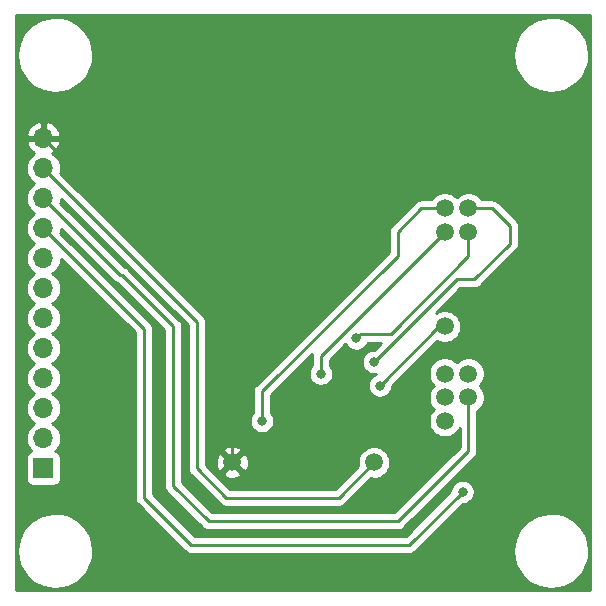
<source format=gbr>
G04 #@! TF.GenerationSoftware,KiCad,Pcbnew,(6.0.0-rc1-dev-1546-g786ee0e)*
G04 #@! TF.CreationDate,2021-05-18T14:50:20-07:00
G04 #@! TF.ProjectId,Dock,446f636b-2e6b-4696-9361-645f70636258,rev?*
G04 #@! TF.SameCoordinates,Original*
G04 #@! TF.FileFunction,Copper,L1,Top*
G04 #@! TF.FilePolarity,Positive*
%FSLAX46Y46*%
G04 Gerber Fmt 4.6, Leading zero omitted, Abs format (unit mm)*
G04 Created by KiCad (PCBNEW (6.0.0-rc1-dev-1546-g786ee0e)) date Tue 18 May 2021 02:50:20 PM PDT*
%MOMM*%
%LPD*%
G04 APERTURE LIST*
%ADD10C,1.500000*%
%ADD11O,1.700000X1.700000*%
%ADD12R,1.700000X1.700000*%
%ADD13C,0.800000*%
%ADD14C,0.250000*%
%ADD15C,0.254000*%
G04 APERTURE END LIST*
D10*
X96500000Y-47500000D03*
X96500000Y-37500000D03*
X98500000Y-37500000D03*
X96500000Y-39500000D03*
X98500000Y-39500000D03*
X96500000Y-53500000D03*
X96500000Y-51500000D03*
X98500000Y-51500000D03*
X96500000Y-55500000D03*
X98500000Y-53500000D03*
X90500000Y-59000000D03*
X78500000Y-59000000D03*
D11*
X62500000Y-31560000D03*
X62500000Y-34100000D03*
X62500000Y-36640000D03*
X62500000Y-39180000D03*
X62500000Y-41720000D03*
X62500000Y-44260000D03*
X62500000Y-46800000D03*
X62500000Y-49340000D03*
X62500000Y-51880000D03*
X62500000Y-54420000D03*
X62500000Y-56960000D03*
D12*
X62500000Y-59500000D03*
D13*
X98000000Y-61500000D03*
X89000000Y-48500000D03*
X86000000Y-51500000D03*
X90500000Y-50500000D03*
X81000000Y-55500000D03*
X91000000Y-52500000D03*
D14*
X69000000Y-43140000D02*
X69140000Y-43140000D01*
X62500000Y-36640000D02*
X69000000Y-43140000D01*
X69140000Y-43140000D02*
X73500000Y-47500000D01*
X73500000Y-47500000D02*
X73500000Y-61000000D01*
X73500000Y-61000000D02*
X76500000Y-64000000D01*
X76500000Y-64000000D02*
X92500000Y-64000000D01*
X98500000Y-58000000D02*
X98500000Y-53500000D01*
X92500000Y-64000000D02*
X98500000Y-58000000D01*
X62500000Y-39180000D02*
X71000000Y-47680000D01*
X71000000Y-47680000D02*
X71000000Y-59136410D01*
X71000000Y-59136410D02*
X71000000Y-62000000D01*
X71000000Y-62000000D02*
X75000000Y-66000000D01*
X93500000Y-66000000D02*
X98000000Y-61500000D01*
X75000000Y-66000000D02*
X93500000Y-66000000D01*
X89399999Y-48100001D02*
X91899999Y-48100001D01*
X89000000Y-48500000D02*
X89399999Y-48100001D01*
X98500000Y-41500000D02*
X98500000Y-39500000D01*
X91899999Y-48100001D02*
X98500000Y-41500000D01*
X86000000Y-50000000D02*
X96500000Y-39500000D01*
X86000000Y-51500000D02*
X86000000Y-50000000D01*
X90500000Y-50500000D02*
X97500000Y-43500000D01*
X97500000Y-43500000D02*
X99000000Y-43500000D01*
X99000000Y-43500000D02*
X102000000Y-40500000D01*
X102000000Y-40500000D02*
X102000000Y-39000000D01*
X102000000Y-39000000D02*
X100500000Y-37500000D01*
X100500000Y-37500000D02*
X98500000Y-37500000D01*
X81000000Y-53000000D02*
X92500000Y-41500000D01*
X81000000Y-55500000D02*
X81000000Y-53000000D01*
X92500000Y-41500000D02*
X92500000Y-39500000D01*
X92500000Y-39500000D02*
X94500000Y-37500000D01*
X94500000Y-37500000D02*
X96500000Y-37500000D01*
X96000000Y-47500000D02*
X96500000Y-47500000D01*
X91000000Y-52500000D02*
X96000000Y-47500000D01*
X78500000Y-47560000D02*
X78500000Y-59000000D01*
X62500000Y-31560000D02*
X78500000Y-47560000D01*
X62500000Y-34100000D02*
X75500000Y-47100000D01*
X75500000Y-47100000D02*
X75500000Y-59500000D01*
X75500000Y-59500000D02*
X78000000Y-62000000D01*
X87500000Y-62000000D02*
X90500000Y-59000000D01*
X78000000Y-62000000D02*
X87500000Y-62000000D01*
D15*
G36*
X108815000Y-69815000D02*
G01*
X60185000Y-69815000D01*
X60185000Y-66545098D01*
X60270315Y-66545098D01*
X60340583Y-67171555D01*
X60531193Y-67772432D01*
X60834883Y-68324843D01*
X61240087Y-68807747D01*
X61731371Y-69202749D01*
X62290021Y-69494804D01*
X62894758Y-69672788D01*
X63522549Y-69729921D01*
X64149482Y-69664028D01*
X64751675Y-69477618D01*
X65306193Y-69177791D01*
X65791913Y-68775968D01*
X66190336Y-68287455D01*
X66486284Y-67730857D01*
X66668485Y-67127377D01*
X66730000Y-66500000D01*
X66728741Y-66409813D01*
X66649732Y-65784398D01*
X66450752Y-65186241D01*
X66139378Y-64638124D01*
X65727471Y-64160925D01*
X65230721Y-63772821D01*
X64668047Y-63488594D01*
X64060884Y-63319071D01*
X63432356Y-63270708D01*
X62806405Y-63345349D01*
X62206873Y-63540148D01*
X61656595Y-63847688D01*
X61176532Y-64256253D01*
X60784970Y-64750282D01*
X60496822Y-65310958D01*
X60323064Y-65916923D01*
X60270315Y-66545098D01*
X60185000Y-66545098D01*
X60185000Y-34100000D01*
X61007815Y-34100000D01*
X61036487Y-34391111D01*
X61121401Y-34671034D01*
X61259294Y-34929014D01*
X61444866Y-35155134D01*
X61670986Y-35340706D01*
X61725791Y-35370000D01*
X61670986Y-35399294D01*
X61444866Y-35584866D01*
X61259294Y-35810986D01*
X61121401Y-36068966D01*
X61036487Y-36348889D01*
X61007815Y-36640000D01*
X61036487Y-36931111D01*
X61121401Y-37211034D01*
X61259294Y-37469014D01*
X61444866Y-37695134D01*
X61670986Y-37880706D01*
X61725791Y-37910000D01*
X61670986Y-37939294D01*
X61444866Y-38124866D01*
X61259294Y-38350986D01*
X61121401Y-38608966D01*
X61036487Y-38888889D01*
X61007815Y-39180000D01*
X61036487Y-39471111D01*
X61121401Y-39751034D01*
X61259294Y-40009014D01*
X61444866Y-40235134D01*
X61670986Y-40420706D01*
X61725791Y-40450000D01*
X61670986Y-40479294D01*
X61444866Y-40664866D01*
X61259294Y-40890986D01*
X61121401Y-41148966D01*
X61036487Y-41428889D01*
X61007815Y-41720000D01*
X61036487Y-42011111D01*
X61121401Y-42291034D01*
X61259294Y-42549014D01*
X61444866Y-42775134D01*
X61670986Y-42960706D01*
X61725791Y-42990000D01*
X61670986Y-43019294D01*
X61444866Y-43204866D01*
X61259294Y-43430986D01*
X61121401Y-43688966D01*
X61036487Y-43968889D01*
X61007815Y-44260000D01*
X61036487Y-44551111D01*
X61121401Y-44831034D01*
X61259294Y-45089014D01*
X61444866Y-45315134D01*
X61670986Y-45500706D01*
X61725791Y-45530000D01*
X61670986Y-45559294D01*
X61444866Y-45744866D01*
X61259294Y-45970986D01*
X61121401Y-46228966D01*
X61036487Y-46508889D01*
X61007815Y-46800000D01*
X61036487Y-47091111D01*
X61121401Y-47371034D01*
X61259294Y-47629014D01*
X61444866Y-47855134D01*
X61670986Y-48040706D01*
X61725791Y-48070000D01*
X61670986Y-48099294D01*
X61444866Y-48284866D01*
X61259294Y-48510986D01*
X61121401Y-48768966D01*
X61036487Y-49048889D01*
X61007815Y-49340000D01*
X61036487Y-49631111D01*
X61121401Y-49911034D01*
X61259294Y-50169014D01*
X61444866Y-50395134D01*
X61670986Y-50580706D01*
X61725791Y-50610000D01*
X61670986Y-50639294D01*
X61444866Y-50824866D01*
X61259294Y-51050986D01*
X61121401Y-51308966D01*
X61036487Y-51588889D01*
X61007815Y-51880000D01*
X61036487Y-52171111D01*
X61121401Y-52451034D01*
X61259294Y-52709014D01*
X61444866Y-52935134D01*
X61670986Y-53120706D01*
X61725791Y-53150000D01*
X61670986Y-53179294D01*
X61444866Y-53364866D01*
X61259294Y-53590986D01*
X61121401Y-53848966D01*
X61036487Y-54128889D01*
X61007815Y-54420000D01*
X61036487Y-54711111D01*
X61121401Y-54991034D01*
X61259294Y-55249014D01*
X61444866Y-55475134D01*
X61670986Y-55660706D01*
X61725791Y-55690000D01*
X61670986Y-55719294D01*
X61444866Y-55904866D01*
X61259294Y-56130986D01*
X61121401Y-56388966D01*
X61036487Y-56668889D01*
X61007815Y-56960000D01*
X61036487Y-57251111D01*
X61121401Y-57531034D01*
X61259294Y-57789014D01*
X61444866Y-58015134D01*
X61474687Y-58039607D01*
X61405820Y-58060498D01*
X61295506Y-58119463D01*
X61198815Y-58198815D01*
X61119463Y-58295506D01*
X61060498Y-58405820D01*
X61024188Y-58525518D01*
X61011928Y-58650000D01*
X61011928Y-60350000D01*
X61024188Y-60474482D01*
X61060498Y-60594180D01*
X61119463Y-60704494D01*
X61198815Y-60801185D01*
X61295506Y-60880537D01*
X61405820Y-60939502D01*
X61525518Y-60975812D01*
X61650000Y-60988072D01*
X63350000Y-60988072D01*
X63474482Y-60975812D01*
X63594180Y-60939502D01*
X63704494Y-60880537D01*
X63801185Y-60801185D01*
X63880537Y-60704494D01*
X63939502Y-60594180D01*
X63975812Y-60474482D01*
X63988072Y-60350000D01*
X63988072Y-58650000D01*
X63975812Y-58525518D01*
X63939502Y-58405820D01*
X63880537Y-58295506D01*
X63801185Y-58198815D01*
X63704494Y-58119463D01*
X63594180Y-58060498D01*
X63525313Y-58039607D01*
X63555134Y-58015134D01*
X63740706Y-57789014D01*
X63878599Y-57531034D01*
X63963513Y-57251111D01*
X63992185Y-56960000D01*
X63963513Y-56668889D01*
X63878599Y-56388966D01*
X63740706Y-56130986D01*
X63555134Y-55904866D01*
X63329014Y-55719294D01*
X63274209Y-55690000D01*
X63329014Y-55660706D01*
X63555134Y-55475134D01*
X63740706Y-55249014D01*
X63878599Y-54991034D01*
X63963513Y-54711111D01*
X63992185Y-54420000D01*
X63963513Y-54128889D01*
X63878599Y-53848966D01*
X63740706Y-53590986D01*
X63555134Y-53364866D01*
X63329014Y-53179294D01*
X63274209Y-53150000D01*
X63329014Y-53120706D01*
X63555134Y-52935134D01*
X63740706Y-52709014D01*
X63878599Y-52451034D01*
X63963513Y-52171111D01*
X63992185Y-51880000D01*
X63963513Y-51588889D01*
X63878599Y-51308966D01*
X63740706Y-51050986D01*
X63555134Y-50824866D01*
X63329014Y-50639294D01*
X63274209Y-50610000D01*
X63329014Y-50580706D01*
X63555134Y-50395134D01*
X63740706Y-50169014D01*
X63878599Y-49911034D01*
X63963513Y-49631111D01*
X63992185Y-49340000D01*
X63963513Y-49048889D01*
X63878599Y-48768966D01*
X63740706Y-48510986D01*
X63555134Y-48284866D01*
X63329014Y-48099294D01*
X63274209Y-48070000D01*
X63329014Y-48040706D01*
X63555134Y-47855134D01*
X63740706Y-47629014D01*
X63878599Y-47371034D01*
X63963513Y-47091111D01*
X63992185Y-46800000D01*
X63963513Y-46508889D01*
X63878599Y-46228966D01*
X63740706Y-45970986D01*
X63555134Y-45744866D01*
X63329014Y-45559294D01*
X63274209Y-45530000D01*
X63329014Y-45500706D01*
X63555134Y-45315134D01*
X63740706Y-45089014D01*
X63878599Y-44831034D01*
X63963513Y-44551111D01*
X63992185Y-44260000D01*
X63963513Y-43968889D01*
X63878599Y-43688966D01*
X63740706Y-43430986D01*
X63555134Y-43204866D01*
X63329014Y-43019294D01*
X63274209Y-42990000D01*
X63329014Y-42960706D01*
X63555134Y-42775134D01*
X63740706Y-42549014D01*
X63878599Y-42291034D01*
X63963513Y-42011111D01*
X63989765Y-41744567D01*
X70240000Y-47994802D01*
X70240001Y-59099068D01*
X70240000Y-59099078D01*
X70240001Y-61962668D01*
X70236324Y-62000000D01*
X70240001Y-62037333D01*
X70250998Y-62148986D01*
X70264180Y-62192442D01*
X70294454Y-62292246D01*
X70365026Y-62424276D01*
X70423254Y-62495226D01*
X70460000Y-62540001D01*
X70488998Y-62563799D01*
X74436201Y-66511003D01*
X74459999Y-66540001D01*
X74575724Y-66634974D01*
X74707753Y-66705546D01*
X74851014Y-66749003D01*
X74962667Y-66760000D01*
X74962676Y-66760000D01*
X74999999Y-66763676D01*
X75037322Y-66760000D01*
X93462678Y-66760000D01*
X93500000Y-66763676D01*
X93537322Y-66760000D01*
X93537333Y-66760000D01*
X93648986Y-66749003D01*
X93792247Y-66705546D01*
X93924276Y-66634974D01*
X94033790Y-66545098D01*
X102270315Y-66545098D01*
X102340583Y-67171555D01*
X102531193Y-67772432D01*
X102834883Y-68324843D01*
X103240087Y-68807747D01*
X103731371Y-69202749D01*
X104290021Y-69494804D01*
X104894758Y-69672788D01*
X105522549Y-69729921D01*
X106149482Y-69664028D01*
X106751675Y-69477618D01*
X107306193Y-69177791D01*
X107791913Y-68775968D01*
X108190336Y-68287455D01*
X108486284Y-67730857D01*
X108668485Y-67127377D01*
X108730000Y-66500000D01*
X108728741Y-66409813D01*
X108649732Y-65784398D01*
X108450752Y-65186241D01*
X108139378Y-64638124D01*
X107727471Y-64160925D01*
X107230721Y-63772821D01*
X106668047Y-63488594D01*
X106060884Y-63319071D01*
X105432356Y-63270708D01*
X104806405Y-63345349D01*
X104206873Y-63540148D01*
X103656595Y-63847688D01*
X103176532Y-64256253D01*
X102784970Y-64750282D01*
X102496822Y-65310958D01*
X102323064Y-65916923D01*
X102270315Y-66545098D01*
X94033790Y-66545098D01*
X94040001Y-66540001D01*
X94063804Y-66510997D01*
X98039802Y-62535000D01*
X98101939Y-62535000D01*
X98301898Y-62495226D01*
X98490256Y-62417205D01*
X98659774Y-62303937D01*
X98803937Y-62159774D01*
X98917205Y-61990256D01*
X98995226Y-61801898D01*
X99035000Y-61601939D01*
X99035000Y-61398061D01*
X98995226Y-61198102D01*
X98917205Y-61009744D01*
X98803937Y-60840226D01*
X98659774Y-60696063D01*
X98490256Y-60582795D01*
X98301898Y-60504774D01*
X98101939Y-60465000D01*
X97898061Y-60465000D01*
X97698102Y-60504774D01*
X97509744Y-60582795D01*
X97340226Y-60696063D01*
X97196063Y-60840226D01*
X97082795Y-61009744D01*
X97004774Y-61198102D01*
X96965000Y-61398061D01*
X96965000Y-61460198D01*
X93185199Y-65240000D01*
X75314802Y-65240000D01*
X71760000Y-61685199D01*
X71760000Y-47717322D01*
X71763676Y-47679999D01*
X71760000Y-47642676D01*
X71760000Y-47642667D01*
X71749003Y-47531014D01*
X71705546Y-47387753D01*
X71634974Y-47255724D01*
X71540001Y-47139999D01*
X71511004Y-47116202D01*
X63940797Y-39545996D01*
X63963513Y-39471111D01*
X63989765Y-39204567D01*
X68436200Y-43651002D01*
X68459999Y-43680001D01*
X68488997Y-43703799D01*
X68575723Y-43774974D01*
X68707753Y-43845546D01*
X68798173Y-43872974D01*
X72740000Y-47814802D01*
X72740001Y-60962668D01*
X72736324Y-61000000D01*
X72750998Y-61148985D01*
X72794454Y-61292246D01*
X72865026Y-61424276D01*
X72918142Y-61488997D01*
X72960000Y-61540001D01*
X72988998Y-61563799D01*
X75936201Y-64511003D01*
X75959999Y-64540001D01*
X76075724Y-64634974D01*
X76207753Y-64705546D01*
X76351014Y-64749003D01*
X76462667Y-64760000D01*
X76462675Y-64760000D01*
X76500000Y-64763676D01*
X76537325Y-64760000D01*
X92462678Y-64760000D01*
X92500000Y-64763676D01*
X92537322Y-64760000D01*
X92537333Y-64760000D01*
X92648986Y-64749003D01*
X92792247Y-64705546D01*
X92924276Y-64634974D01*
X93040001Y-64540001D01*
X93063804Y-64510997D01*
X99011009Y-58563794D01*
X99040001Y-58540001D01*
X99063795Y-58511008D01*
X99063799Y-58511004D01*
X99134973Y-58424277D01*
X99134974Y-58424276D01*
X99205546Y-58292247D01*
X99249003Y-58148986D01*
X99260000Y-58037333D01*
X99260000Y-58037324D01*
X99263676Y-58000001D01*
X99260000Y-57962678D01*
X99260000Y-54657909D01*
X99382886Y-54575799D01*
X99575799Y-54382886D01*
X99727371Y-54156043D01*
X99831775Y-53903989D01*
X99885000Y-53636411D01*
X99885000Y-53363589D01*
X99831775Y-53096011D01*
X99727371Y-52843957D01*
X99575799Y-52617114D01*
X99458685Y-52500000D01*
X99575799Y-52382886D01*
X99727371Y-52156043D01*
X99831775Y-51903989D01*
X99885000Y-51636411D01*
X99885000Y-51363589D01*
X99831775Y-51096011D01*
X99727371Y-50843957D01*
X99575799Y-50617114D01*
X99382886Y-50424201D01*
X99156043Y-50272629D01*
X98903989Y-50168225D01*
X98636411Y-50115000D01*
X98363589Y-50115000D01*
X98096011Y-50168225D01*
X97843957Y-50272629D01*
X97617114Y-50424201D01*
X97500000Y-50541315D01*
X97382886Y-50424201D01*
X97156043Y-50272629D01*
X96903989Y-50168225D01*
X96636411Y-50115000D01*
X96363589Y-50115000D01*
X96096011Y-50168225D01*
X95843957Y-50272629D01*
X95617114Y-50424201D01*
X95424201Y-50617114D01*
X95272629Y-50843957D01*
X95168225Y-51096011D01*
X95115000Y-51363589D01*
X95115000Y-51636411D01*
X95168225Y-51903989D01*
X95272629Y-52156043D01*
X95424201Y-52382886D01*
X95541315Y-52500000D01*
X95424201Y-52617114D01*
X95272629Y-52843957D01*
X95168225Y-53096011D01*
X95115000Y-53363589D01*
X95115000Y-53636411D01*
X95168225Y-53903989D01*
X95272629Y-54156043D01*
X95424201Y-54382886D01*
X95541315Y-54500000D01*
X95424201Y-54617114D01*
X95272629Y-54843957D01*
X95168225Y-55096011D01*
X95115000Y-55363589D01*
X95115000Y-55636411D01*
X95168225Y-55903989D01*
X95272629Y-56156043D01*
X95424201Y-56382886D01*
X95617114Y-56575799D01*
X95843957Y-56727371D01*
X96096011Y-56831775D01*
X96363589Y-56885000D01*
X96636411Y-56885000D01*
X96903989Y-56831775D01*
X97156043Y-56727371D01*
X97382886Y-56575799D01*
X97575799Y-56382886D01*
X97727371Y-56156043D01*
X97740000Y-56125553D01*
X97740000Y-57685197D01*
X92185199Y-63240000D01*
X76814802Y-63240000D01*
X74260000Y-60685199D01*
X74260000Y-47537322D01*
X74263676Y-47499999D01*
X74260000Y-47462676D01*
X74260000Y-47462667D01*
X74249003Y-47351014D01*
X74205546Y-47207753D01*
X74169330Y-47139999D01*
X74134974Y-47075723D01*
X74063799Y-46988997D01*
X74040001Y-46959999D01*
X74011003Y-46936201D01*
X69703804Y-42629003D01*
X69680001Y-42599999D01*
X69564276Y-42505026D01*
X69432247Y-42434454D01*
X69341828Y-42407026D01*
X63940797Y-37005996D01*
X63963513Y-36931111D01*
X63989765Y-36664567D01*
X74740000Y-47414802D01*
X74740001Y-59462668D01*
X74736324Y-59500000D01*
X74750998Y-59648985D01*
X74794454Y-59792246D01*
X74865026Y-59924276D01*
X74936201Y-60011002D01*
X74960000Y-60040001D01*
X74988998Y-60063799D01*
X77436200Y-62511002D01*
X77459999Y-62540001D01*
X77488997Y-62563799D01*
X77575723Y-62634974D01*
X77707753Y-62705546D01*
X77851014Y-62749003D01*
X77962667Y-62760000D01*
X77962677Y-62760000D01*
X78000000Y-62763676D01*
X78037323Y-62760000D01*
X87462678Y-62760000D01*
X87500000Y-62763676D01*
X87537322Y-62760000D01*
X87537333Y-62760000D01*
X87648986Y-62749003D01*
X87792247Y-62705546D01*
X87924276Y-62634974D01*
X88040001Y-62540001D01*
X88063804Y-62510997D01*
X90218635Y-60356167D01*
X90363589Y-60385000D01*
X90636411Y-60385000D01*
X90903989Y-60331775D01*
X91156043Y-60227371D01*
X91382886Y-60075799D01*
X91575799Y-59882886D01*
X91727371Y-59656043D01*
X91831775Y-59403989D01*
X91885000Y-59136411D01*
X91885000Y-58863589D01*
X91831775Y-58596011D01*
X91727371Y-58343957D01*
X91575799Y-58117114D01*
X91382886Y-57924201D01*
X91156043Y-57772629D01*
X90903989Y-57668225D01*
X90636411Y-57615000D01*
X90363589Y-57615000D01*
X90096011Y-57668225D01*
X89843957Y-57772629D01*
X89617114Y-57924201D01*
X89424201Y-58117114D01*
X89272629Y-58343957D01*
X89168225Y-58596011D01*
X89115000Y-58863589D01*
X89115000Y-59136411D01*
X89143833Y-59281365D01*
X87185199Y-61240000D01*
X78314802Y-61240000D01*
X77031795Y-59956993D01*
X77722612Y-59956993D01*
X77788137Y-60195860D01*
X78035116Y-60311760D01*
X78299960Y-60377250D01*
X78572492Y-60389812D01*
X78842238Y-60348965D01*
X79098832Y-60256277D01*
X79211863Y-60195860D01*
X79277388Y-59956993D01*
X78500000Y-59179605D01*
X77722612Y-59956993D01*
X77031795Y-59956993D01*
X76260000Y-59185199D01*
X76260000Y-59072492D01*
X77110188Y-59072492D01*
X77151035Y-59342238D01*
X77243723Y-59598832D01*
X77304140Y-59711863D01*
X77543007Y-59777388D01*
X78320395Y-59000000D01*
X78679605Y-59000000D01*
X79456993Y-59777388D01*
X79695860Y-59711863D01*
X79811760Y-59464884D01*
X79877250Y-59200040D01*
X79889812Y-58927508D01*
X79848965Y-58657762D01*
X79756277Y-58401168D01*
X79695860Y-58288137D01*
X79456993Y-58222612D01*
X78679605Y-59000000D01*
X78320395Y-59000000D01*
X77543007Y-58222612D01*
X77304140Y-58288137D01*
X77188240Y-58535116D01*
X77122750Y-58799960D01*
X77110188Y-59072492D01*
X76260000Y-59072492D01*
X76260000Y-58043007D01*
X77722612Y-58043007D01*
X78500000Y-58820395D01*
X79277388Y-58043007D01*
X79211863Y-57804140D01*
X78964884Y-57688240D01*
X78700040Y-57622750D01*
X78427508Y-57610188D01*
X78157762Y-57651035D01*
X77901168Y-57743723D01*
X77788137Y-57804140D01*
X77722612Y-58043007D01*
X76260000Y-58043007D01*
X76260000Y-55398061D01*
X79965000Y-55398061D01*
X79965000Y-55601939D01*
X80004774Y-55801898D01*
X80082795Y-55990256D01*
X80196063Y-56159774D01*
X80340226Y-56303937D01*
X80509744Y-56417205D01*
X80698102Y-56495226D01*
X80898061Y-56535000D01*
X81101939Y-56535000D01*
X81301898Y-56495226D01*
X81490256Y-56417205D01*
X81659774Y-56303937D01*
X81803937Y-56159774D01*
X81917205Y-55990256D01*
X81995226Y-55801898D01*
X82035000Y-55601939D01*
X82035000Y-55398061D01*
X81995226Y-55198102D01*
X81917205Y-55009744D01*
X81803937Y-54840226D01*
X81760000Y-54796289D01*
X81760000Y-53314801D01*
X85262846Y-49811955D01*
X85250998Y-49851014D01*
X85240001Y-49962667D01*
X85236324Y-50000000D01*
X85240001Y-50037332D01*
X85240000Y-50796289D01*
X85196063Y-50840226D01*
X85082795Y-51009744D01*
X85004774Y-51198102D01*
X84965000Y-51398061D01*
X84965000Y-51601939D01*
X85004774Y-51801898D01*
X85082795Y-51990256D01*
X85196063Y-52159774D01*
X85340226Y-52303937D01*
X85509744Y-52417205D01*
X85698102Y-52495226D01*
X85898061Y-52535000D01*
X86101939Y-52535000D01*
X86301898Y-52495226D01*
X86490256Y-52417205D01*
X86659774Y-52303937D01*
X86803937Y-52159774D01*
X86917205Y-51990256D01*
X86995226Y-51801898D01*
X87035000Y-51601939D01*
X87035000Y-51398061D01*
X86995226Y-51198102D01*
X86917205Y-51009744D01*
X86803937Y-50840226D01*
X86760000Y-50796289D01*
X86760000Y-50314801D01*
X88083496Y-48991305D01*
X88196063Y-49159774D01*
X88340226Y-49303937D01*
X88509744Y-49417205D01*
X88698102Y-49495226D01*
X88898061Y-49535000D01*
X89101939Y-49535000D01*
X89301898Y-49495226D01*
X89490256Y-49417205D01*
X89659774Y-49303937D01*
X89803937Y-49159774D01*
X89917205Y-48990256D01*
X89971159Y-48860001D01*
X91065198Y-48860001D01*
X90460199Y-49465000D01*
X90398061Y-49465000D01*
X90198102Y-49504774D01*
X90009744Y-49582795D01*
X89840226Y-49696063D01*
X89696063Y-49840226D01*
X89582795Y-50009744D01*
X89504774Y-50198102D01*
X89465000Y-50398061D01*
X89465000Y-50601939D01*
X89504774Y-50801898D01*
X89582795Y-50990256D01*
X89696063Y-51159774D01*
X89840226Y-51303937D01*
X90009744Y-51417205D01*
X90198102Y-51495226D01*
X90398061Y-51535000D01*
X90601939Y-51535000D01*
X90646556Y-51526125D01*
X90509744Y-51582795D01*
X90340226Y-51696063D01*
X90196063Y-51840226D01*
X90082795Y-52009744D01*
X90004774Y-52198102D01*
X89965000Y-52398061D01*
X89965000Y-52601939D01*
X90004774Y-52801898D01*
X90082795Y-52990256D01*
X90196063Y-53159774D01*
X90340226Y-53303937D01*
X90509744Y-53417205D01*
X90698102Y-53495226D01*
X90898061Y-53535000D01*
X91101939Y-53535000D01*
X91301898Y-53495226D01*
X91490256Y-53417205D01*
X91659774Y-53303937D01*
X91803937Y-53159774D01*
X91917205Y-52990256D01*
X91995226Y-52801898D01*
X92035000Y-52601939D01*
X92035000Y-52539801D01*
X95846413Y-48728388D01*
X96096011Y-48831775D01*
X96363589Y-48885000D01*
X96636411Y-48885000D01*
X96903989Y-48831775D01*
X97156043Y-48727371D01*
X97382886Y-48575799D01*
X97575799Y-48382886D01*
X97727371Y-48156043D01*
X97831775Y-47903989D01*
X97885000Y-47636411D01*
X97885000Y-47363589D01*
X97831775Y-47096011D01*
X97727371Y-46843957D01*
X97575799Y-46617114D01*
X97382886Y-46424201D01*
X97156043Y-46272629D01*
X96903989Y-46168225D01*
X96636411Y-46115000D01*
X96363589Y-46115000D01*
X96096011Y-46168225D01*
X95843957Y-46272629D01*
X95718032Y-46356769D01*
X97814802Y-44260000D01*
X98962678Y-44260000D01*
X99000000Y-44263676D01*
X99037322Y-44260000D01*
X99037333Y-44260000D01*
X99148986Y-44249003D01*
X99292247Y-44205546D01*
X99424276Y-44134974D01*
X99540001Y-44040001D01*
X99563804Y-44010997D01*
X102511004Y-41063798D01*
X102540001Y-41040001D01*
X102634974Y-40924276D01*
X102705546Y-40792247D01*
X102749003Y-40648986D01*
X102760000Y-40537333D01*
X102760000Y-40537325D01*
X102763676Y-40500000D01*
X102760000Y-40462675D01*
X102760000Y-39037322D01*
X102763676Y-38999999D01*
X102760000Y-38962676D01*
X102760000Y-38962667D01*
X102749003Y-38851014D01*
X102705546Y-38707753D01*
X102634974Y-38575724D01*
X102540001Y-38459999D01*
X102511003Y-38436201D01*
X101063804Y-36989003D01*
X101040001Y-36959999D01*
X100924276Y-36865026D01*
X100792247Y-36794454D01*
X100648986Y-36750997D01*
X100537333Y-36740000D01*
X100537322Y-36740000D01*
X100500000Y-36736324D01*
X100462678Y-36740000D01*
X99657909Y-36740000D01*
X99575799Y-36617114D01*
X99382886Y-36424201D01*
X99156043Y-36272629D01*
X98903989Y-36168225D01*
X98636411Y-36115000D01*
X98363589Y-36115000D01*
X98096011Y-36168225D01*
X97843957Y-36272629D01*
X97617114Y-36424201D01*
X97500000Y-36541315D01*
X97382886Y-36424201D01*
X97156043Y-36272629D01*
X96903989Y-36168225D01*
X96636411Y-36115000D01*
X96363589Y-36115000D01*
X96096011Y-36168225D01*
X95843957Y-36272629D01*
X95617114Y-36424201D01*
X95424201Y-36617114D01*
X95342091Y-36740000D01*
X94537322Y-36740000D01*
X94499999Y-36736324D01*
X94462676Y-36740000D01*
X94462667Y-36740000D01*
X94351014Y-36750997D01*
X94225782Y-36788985D01*
X94207753Y-36794454D01*
X94075723Y-36865026D01*
X93995199Y-36931111D01*
X93959999Y-36959999D01*
X93936201Y-36988997D01*
X91988998Y-38936201D01*
X91960000Y-38959999D01*
X91936202Y-38988997D01*
X91936201Y-38988998D01*
X91865026Y-39075724D01*
X91794454Y-39207754D01*
X91768825Y-39292246D01*
X91750998Y-39351014D01*
X91743782Y-39424275D01*
X91736324Y-39500000D01*
X91740001Y-39537332D01*
X91740000Y-41185198D01*
X80488998Y-52436201D01*
X80460000Y-52459999D01*
X80436202Y-52488997D01*
X80436201Y-52488998D01*
X80365026Y-52575724D01*
X80294454Y-52707754D01*
X80250998Y-52851015D01*
X80236324Y-53000000D01*
X80240001Y-53037332D01*
X80240000Y-54796289D01*
X80196063Y-54840226D01*
X80082795Y-55009744D01*
X80004774Y-55198102D01*
X79965000Y-55398061D01*
X76260000Y-55398061D01*
X76260000Y-47137322D01*
X76263676Y-47099999D01*
X76260000Y-47062676D01*
X76260000Y-47062667D01*
X76249003Y-46951014D01*
X76205546Y-46807753D01*
X76134974Y-46675724D01*
X76040001Y-46559999D01*
X76011004Y-46536202D01*
X63940797Y-34465996D01*
X63963513Y-34391111D01*
X63992185Y-34100000D01*
X63963513Y-33808889D01*
X63878599Y-33528966D01*
X63740706Y-33270986D01*
X63555134Y-33044866D01*
X63329014Y-32859294D01*
X63264477Y-32824799D01*
X63381355Y-32755178D01*
X63597588Y-32560269D01*
X63771641Y-32326920D01*
X63896825Y-32064099D01*
X63941476Y-31916890D01*
X63820155Y-31687000D01*
X62627000Y-31687000D01*
X62627000Y-31707000D01*
X62373000Y-31707000D01*
X62373000Y-31687000D01*
X61179845Y-31687000D01*
X61058524Y-31916890D01*
X61103175Y-32064099D01*
X61228359Y-32326920D01*
X61402412Y-32560269D01*
X61618645Y-32755178D01*
X61735523Y-32824799D01*
X61670986Y-32859294D01*
X61444866Y-33044866D01*
X61259294Y-33270986D01*
X61121401Y-33528966D01*
X61036487Y-33808889D01*
X61007815Y-34100000D01*
X60185000Y-34100000D01*
X60185000Y-31203110D01*
X61058524Y-31203110D01*
X61179845Y-31433000D01*
X62373000Y-31433000D01*
X62373000Y-30239186D01*
X62627000Y-30239186D01*
X62627000Y-31433000D01*
X63820155Y-31433000D01*
X63941476Y-31203110D01*
X63896825Y-31055901D01*
X63771641Y-30793080D01*
X63597588Y-30559731D01*
X63381355Y-30364822D01*
X63131252Y-30215843D01*
X62856891Y-30118519D01*
X62627000Y-30239186D01*
X62373000Y-30239186D01*
X62143109Y-30118519D01*
X61868748Y-30215843D01*
X61618645Y-30364822D01*
X61402412Y-30559731D01*
X61228359Y-30793080D01*
X61103175Y-31055901D01*
X61058524Y-31203110D01*
X60185000Y-31203110D01*
X60185000Y-24545098D01*
X60270315Y-24545098D01*
X60340583Y-25171555D01*
X60531193Y-25772432D01*
X60834883Y-26324843D01*
X61240087Y-26807747D01*
X61731371Y-27202749D01*
X62290021Y-27494804D01*
X62894758Y-27672788D01*
X63522549Y-27729921D01*
X64149482Y-27664028D01*
X64751675Y-27477618D01*
X65306193Y-27177791D01*
X65791913Y-26775968D01*
X66190336Y-26287455D01*
X66486284Y-25730857D01*
X66668485Y-25127377D01*
X66725578Y-24545098D01*
X102270315Y-24545098D01*
X102340583Y-25171555D01*
X102531193Y-25772432D01*
X102834883Y-26324843D01*
X103240087Y-26807747D01*
X103731371Y-27202749D01*
X104290021Y-27494804D01*
X104894758Y-27672788D01*
X105522549Y-27729921D01*
X106149482Y-27664028D01*
X106751675Y-27477618D01*
X107306193Y-27177791D01*
X107791913Y-26775968D01*
X108190336Y-26287455D01*
X108486284Y-25730857D01*
X108668485Y-25127377D01*
X108730000Y-24500000D01*
X108728741Y-24409813D01*
X108649732Y-23784398D01*
X108450752Y-23186241D01*
X108139378Y-22638124D01*
X107727471Y-22160925D01*
X107230721Y-21772821D01*
X106668047Y-21488594D01*
X106060884Y-21319071D01*
X105432356Y-21270708D01*
X104806405Y-21345349D01*
X104206873Y-21540148D01*
X103656595Y-21847688D01*
X103176532Y-22256253D01*
X102784970Y-22750282D01*
X102496822Y-23310958D01*
X102323064Y-23916923D01*
X102270315Y-24545098D01*
X66725578Y-24545098D01*
X66730000Y-24500000D01*
X66728741Y-24409813D01*
X66649732Y-23784398D01*
X66450752Y-23186241D01*
X66139378Y-22638124D01*
X65727471Y-22160925D01*
X65230721Y-21772821D01*
X64668047Y-21488594D01*
X64060884Y-21319071D01*
X63432356Y-21270708D01*
X62806405Y-21345349D01*
X62206873Y-21540148D01*
X61656595Y-21847688D01*
X61176532Y-22256253D01*
X60784970Y-22750282D01*
X60496822Y-23310958D01*
X60323064Y-23916923D01*
X60270315Y-24545098D01*
X60185000Y-24545098D01*
X60185000Y-21160000D01*
X108815001Y-21160000D01*
X108815000Y-69815000D01*
X108815000Y-69815000D01*
G37*
X108815000Y-69815000D02*
X60185000Y-69815000D01*
X60185000Y-66545098D01*
X60270315Y-66545098D01*
X60340583Y-67171555D01*
X60531193Y-67772432D01*
X60834883Y-68324843D01*
X61240087Y-68807747D01*
X61731371Y-69202749D01*
X62290021Y-69494804D01*
X62894758Y-69672788D01*
X63522549Y-69729921D01*
X64149482Y-69664028D01*
X64751675Y-69477618D01*
X65306193Y-69177791D01*
X65791913Y-68775968D01*
X66190336Y-68287455D01*
X66486284Y-67730857D01*
X66668485Y-67127377D01*
X66730000Y-66500000D01*
X66728741Y-66409813D01*
X66649732Y-65784398D01*
X66450752Y-65186241D01*
X66139378Y-64638124D01*
X65727471Y-64160925D01*
X65230721Y-63772821D01*
X64668047Y-63488594D01*
X64060884Y-63319071D01*
X63432356Y-63270708D01*
X62806405Y-63345349D01*
X62206873Y-63540148D01*
X61656595Y-63847688D01*
X61176532Y-64256253D01*
X60784970Y-64750282D01*
X60496822Y-65310958D01*
X60323064Y-65916923D01*
X60270315Y-66545098D01*
X60185000Y-66545098D01*
X60185000Y-34100000D01*
X61007815Y-34100000D01*
X61036487Y-34391111D01*
X61121401Y-34671034D01*
X61259294Y-34929014D01*
X61444866Y-35155134D01*
X61670986Y-35340706D01*
X61725791Y-35370000D01*
X61670986Y-35399294D01*
X61444866Y-35584866D01*
X61259294Y-35810986D01*
X61121401Y-36068966D01*
X61036487Y-36348889D01*
X61007815Y-36640000D01*
X61036487Y-36931111D01*
X61121401Y-37211034D01*
X61259294Y-37469014D01*
X61444866Y-37695134D01*
X61670986Y-37880706D01*
X61725791Y-37910000D01*
X61670986Y-37939294D01*
X61444866Y-38124866D01*
X61259294Y-38350986D01*
X61121401Y-38608966D01*
X61036487Y-38888889D01*
X61007815Y-39180000D01*
X61036487Y-39471111D01*
X61121401Y-39751034D01*
X61259294Y-40009014D01*
X61444866Y-40235134D01*
X61670986Y-40420706D01*
X61725791Y-40450000D01*
X61670986Y-40479294D01*
X61444866Y-40664866D01*
X61259294Y-40890986D01*
X61121401Y-41148966D01*
X61036487Y-41428889D01*
X61007815Y-41720000D01*
X61036487Y-42011111D01*
X61121401Y-42291034D01*
X61259294Y-42549014D01*
X61444866Y-42775134D01*
X61670986Y-42960706D01*
X61725791Y-42990000D01*
X61670986Y-43019294D01*
X61444866Y-43204866D01*
X61259294Y-43430986D01*
X61121401Y-43688966D01*
X61036487Y-43968889D01*
X61007815Y-44260000D01*
X61036487Y-44551111D01*
X61121401Y-44831034D01*
X61259294Y-45089014D01*
X61444866Y-45315134D01*
X61670986Y-45500706D01*
X61725791Y-45530000D01*
X61670986Y-45559294D01*
X61444866Y-45744866D01*
X61259294Y-45970986D01*
X61121401Y-46228966D01*
X61036487Y-46508889D01*
X61007815Y-46800000D01*
X61036487Y-47091111D01*
X61121401Y-47371034D01*
X61259294Y-47629014D01*
X61444866Y-47855134D01*
X61670986Y-48040706D01*
X61725791Y-48070000D01*
X61670986Y-48099294D01*
X61444866Y-48284866D01*
X61259294Y-48510986D01*
X61121401Y-48768966D01*
X61036487Y-49048889D01*
X61007815Y-49340000D01*
X61036487Y-49631111D01*
X61121401Y-49911034D01*
X61259294Y-50169014D01*
X61444866Y-50395134D01*
X61670986Y-50580706D01*
X61725791Y-50610000D01*
X61670986Y-50639294D01*
X61444866Y-50824866D01*
X61259294Y-51050986D01*
X61121401Y-51308966D01*
X61036487Y-51588889D01*
X61007815Y-51880000D01*
X61036487Y-52171111D01*
X61121401Y-52451034D01*
X61259294Y-52709014D01*
X61444866Y-52935134D01*
X61670986Y-53120706D01*
X61725791Y-53150000D01*
X61670986Y-53179294D01*
X61444866Y-53364866D01*
X61259294Y-53590986D01*
X61121401Y-53848966D01*
X61036487Y-54128889D01*
X61007815Y-54420000D01*
X61036487Y-54711111D01*
X61121401Y-54991034D01*
X61259294Y-55249014D01*
X61444866Y-55475134D01*
X61670986Y-55660706D01*
X61725791Y-55690000D01*
X61670986Y-55719294D01*
X61444866Y-55904866D01*
X61259294Y-56130986D01*
X61121401Y-56388966D01*
X61036487Y-56668889D01*
X61007815Y-56960000D01*
X61036487Y-57251111D01*
X61121401Y-57531034D01*
X61259294Y-57789014D01*
X61444866Y-58015134D01*
X61474687Y-58039607D01*
X61405820Y-58060498D01*
X61295506Y-58119463D01*
X61198815Y-58198815D01*
X61119463Y-58295506D01*
X61060498Y-58405820D01*
X61024188Y-58525518D01*
X61011928Y-58650000D01*
X61011928Y-60350000D01*
X61024188Y-60474482D01*
X61060498Y-60594180D01*
X61119463Y-60704494D01*
X61198815Y-60801185D01*
X61295506Y-60880537D01*
X61405820Y-60939502D01*
X61525518Y-60975812D01*
X61650000Y-60988072D01*
X63350000Y-60988072D01*
X63474482Y-60975812D01*
X63594180Y-60939502D01*
X63704494Y-60880537D01*
X63801185Y-60801185D01*
X63880537Y-60704494D01*
X63939502Y-60594180D01*
X63975812Y-60474482D01*
X63988072Y-60350000D01*
X63988072Y-58650000D01*
X63975812Y-58525518D01*
X63939502Y-58405820D01*
X63880537Y-58295506D01*
X63801185Y-58198815D01*
X63704494Y-58119463D01*
X63594180Y-58060498D01*
X63525313Y-58039607D01*
X63555134Y-58015134D01*
X63740706Y-57789014D01*
X63878599Y-57531034D01*
X63963513Y-57251111D01*
X63992185Y-56960000D01*
X63963513Y-56668889D01*
X63878599Y-56388966D01*
X63740706Y-56130986D01*
X63555134Y-55904866D01*
X63329014Y-55719294D01*
X63274209Y-55690000D01*
X63329014Y-55660706D01*
X63555134Y-55475134D01*
X63740706Y-55249014D01*
X63878599Y-54991034D01*
X63963513Y-54711111D01*
X63992185Y-54420000D01*
X63963513Y-54128889D01*
X63878599Y-53848966D01*
X63740706Y-53590986D01*
X63555134Y-53364866D01*
X63329014Y-53179294D01*
X63274209Y-53150000D01*
X63329014Y-53120706D01*
X63555134Y-52935134D01*
X63740706Y-52709014D01*
X63878599Y-52451034D01*
X63963513Y-52171111D01*
X63992185Y-51880000D01*
X63963513Y-51588889D01*
X63878599Y-51308966D01*
X63740706Y-51050986D01*
X63555134Y-50824866D01*
X63329014Y-50639294D01*
X63274209Y-50610000D01*
X63329014Y-50580706D01*
X63555134Y-50395134D01*
X63740706Y-50169014D01*
X63878599Y-49911034D01*
X63963513Y-49631111D01*
X63992185Y-49340000D01*
X63963513Y-49048889D01*
X63878599Y-48768966D01*
X63740706Y-48510986D01*
X63555134Y-48284866D01*
X63329014Y-48099294D01*
X63274209Y-48070000D01*
X63329014Y-48040706D01*
X63555134Y-47855134D01*
X63740706Y-47629014D01*
X63878599Y-47371034D01*
X63963513Y-47091111D01*
X63992185Y-46800000D01*
X63963513Y-46508889D01*
X63878599Y-46228966D01*
X63740706Y-45970986D01*
X63555134Y-45744866D01*
X63329014Y-45559294D01*
X63274209Y-45530000D01*
X63329014Y-45500706D01*
X63555134Y-45315134D01*
X63740706Y-45089014D01*
X63878599Y-44831034D01*
X63963513Y-44551111D01*
X63992185Y-44260000D01*
X63963513Y-43968889D01*
X63878599Y-43688966D01*
X63740706Y-43430986D01*
X63555134Y-43204866D01*
X63329014Y-43019294D01*
X63274209Y-42990000D01*
X63329014Y-42960706D01*
X63555134Y-42775134D01*
X63740706Y-42549014D01*
X63878599Y-42291034D01*
X63963513Y-42011111D01*
X63989765Y-41744567D01*
X70240000Y-47994802D01*
X70240001Y-59099068D01*
X70240000Y-59099078D01*
X70240001Y-61962668D01*
X70236324Y-62000000D01*
X70240001Y-62037333D01*
X70250998Y-62148986D01*
X70264180Y-62192442D01*
X70294454Y-62292246D01*
X70365026Y-62424276D01*
X70423254Y-62495226D01*
X70460000Y-62540001D01*
X70488998Y-62563799D01*
X74436201Y-66511003D01*
X74459999Y-66540001D01*
X74575724Y-66634974D01*
X74707753Y-66705546D01*
X74851014Y-66749003D01*
X74962667Y-66760000D01*
X74962676Y-66760000D01*
X74999999Y-66763676D01*
X75037322Y-66760000D01*
X93462678Y-66760000D01*
X93500000Y-66763676D01*
X93537322Y-66760000D01*
X93537333Y-66760000D01*
X93648986Y-66749003D01*
X93792247Y-66705546D01*
X93924276Y-66634974D01*
X94033790Y-66545098D01*
X102270315Y-66545098D01*
X102340583Y-67171555D01*
X102531193Y-67772432D01*
X102834883Y-68324843D01*
X103240087Y-68807747D01*
X103731371Y-69202749D01*
X104290021Y-69494804D01*
X104894758Y-69672788D01*
X105522549Y-69729921D01*
X106149482Y-69664028D01*
X106751675Y-69477618D01*
X107306193Y-69177791D01*
X107791913Y-68775968D01*
X108190336Y-68287455D01*
X108486284Y-67730857D01*
X108668485Y-67127377D01*
X108730000Y-66500000D01*
X108728741Y-66409813D01*
X108649732Y-65784398D01*
X108450752Y-65186241D01*
X108139378Y-64638124D01*
X107727471Y-64160925D01*
X107230721Y-63772821D01*
X106668047Y-63488594D01*
X106060884Y-63319071D01*
X105432356Y-63270708D01*
X104806405Y-63345349D01*
X104206873Y-63540148D01*
X103656595Y-63847688D01*
X103176532Y-64256253D01*
X102784970Y-64750282D01*
X102496822Y-65310958D01*
X102323064Y-65916923D01*
X102270315Y-66545098D01*
X94033790Y-66545098D01*
X94040001Y-66540001D01*
X94063804Y-66510997D01*
X98039802Y-62535000D01*
X98101939Y-62535000D01*
X98301898Y-62495226D01*
X98490256Y-62417205D01*
X98659774Y-62303937D01*
X98803937Y-62159774D01*
X98917205Y-61990256D01*
X98995226Y-61801898D01*
X99035000Y-61601939D01*
X99035000Y-61398061D01*
X98995226Y-61198102D01*
X98917205Y-61009744D01*
X98803937Y-60840226D01*
X98659774Y-60696063D01*
X98490256Y-60582795D01*
X98301898Y-60504774D01*
X98101939Y-60465000D01*
X97898061Y-60465000D01*
X97698102Y-60504774D01*
X97509744Y-60582795D01*
X97340226Y-60696063D01*
X97196063Y-60840226D01*
X97082795Y-61009744D01*
X97004774Y-61198102D01*
X96965000Y-61398061D01*
X96965000Y-61460198D01*
X93185199Y-65240000D01*
X75314802Y-65240000D01*
X71760000Y-61685199D01*
X71760000Y-47717322D01*
X71763676Y-47679999D01*
X71760000Y-47642676D01*
X71760000Y-47642667D01*
X71749003Y-47531014D01*
X71705546Y-47387753D01*
X71634974Y-47255724D01*
X71540001Y-47139999D01*
X71511004Y-47116202D01*
X63940797Y-39545996D01*
X63963513Y-39471111D01*
X63989765Y-39204567D01*
X68436200Y-43651002D01*
X68459999Y-43680001D01*
X68488997Y-43703799D01*
X68575723Y-43774974D01*
X68707753Y-43845546D01*
X68798173Y-43872974D01*
X72740000Y-47814802D01*
X72740001Y-60962668D01*
X72736324Y-61000000D01*
X72750998Y-61148985D01*
X72794454Y-61292246D01*
X72865026Y-61424276D01*
X72918142Y-61488997D01*
X72960000Y-61540001D01*
X72988998Y-61563799D01*
X75936201Y-64511003D01*
X75959999Y-64540001D01*
X76075724Y-64634974D01*
X76207753Y-64705546D01*
X76351014Y-64749003D01*
X76462667Y-64760000D01*
X76462675Y-64760000D01*
X76500000Y-64763676D01*
X76537325Y-64760000D01*
X92462678Y-64760000D01*
X92500000Y-64763676D01*
X92537322Y-64760000D01*
X92537333Y-64760000D01*
X92648986Y-64749003D01*
X92792247Y-64705546D01*
X92924276Y-64634974D01*
X93040001Y-64540001D01*
X93063804Y-64510997D01*
X99011009Y-58563794D01*
X99040001Y-58540001D01*
X99063795Y-58511008D01*
X99063799Y-58511004D01*
X99134973Y-58424277D01*
X99134974Y-58424276D01*
X99205546Y-58292247D01*
X99249003Y-58148986D01*
X99260000Y-58037333D01*
X99260000Y-58037324D01*
X99263676Y-58000001D01*
X99260000Y-57962678D01*
X99260000Y-54657909D01*
X99382886Y-54575799D01*
X99575799Y-54382886D01*
X99727371Y-54156043D01*
X99831775Y-53903989D01*
X99885000Y-53636411D01*
X99885000Y-53363589D01*
X99831775Y-53096011D01*
X99727371Y-52843957D01*
X99575799Y-52617114D01*
X99458685Y-52500000D01*
X99575799Y-52382886D01*
X99727371Y-52156043D01*
X99831775Y-51903989D01*
X99885000Y-51636411D01*
X99885000Y-51363589D01*
X99831775Y-51096011D01*
X99727371Y-50843957D01*
X99575799Y-50617114D01*
X99382886Y-50424201D01*
X99156043Y-50272629D01*
X98903989Y-50168225D01*
X98636411Y-50115000D01*
X98363589Y-50115000D01*
X98096011Y-50168225D01*
X97843957Y-50272629D01*
X97617114Y-50424201D01*
X97500000Y-50541315D01*
X97382886Y-50424201D01*
X97156043Y-50272629D01*
X96903989Y-50168225D01*
X96636411Y-50115000D01*
X96363589Y-50115000D01*
X96096011Y-50168225D01*
X95843957Y-50272629D01*
X95617114Y-50424201D01*
X95424201Y-50617114D01*
X95272629Y-50843957D01*
X95168225Y-51096011D01*
X95115000Y-51363589D01*
X95115000Y-51636411D01*
X95168225Y-51903989D01*
X95272629Y-52156043D01*
X95424201Y-52382886D01*
X95541315Y-52500000D01*
X95424201Y-52617114D01*
X95272629Y-52843957D01*
X95168225Y-53096011D01*
X95115000Y-53363589D01*
X95115000Y-53636411D01*
X95168225Y-53903989D01*
X95272629Y-54156043D01*
X95424201Y-54382886D01*
X95541315Y-54500000D01*
X95424201Y-54617114D01*
X95272629Y-54843957D01*
X95168225Y-55096011D01*
X95115000Y-55363589D01*
X95115000Y-55636411D01*
X95168225Y-55903989D01*
X95272629Y-56156043D01*
X95424201Y-56382886D01*
X95617114Y-56575799D01*
X95843957Y-56727371D01*
X96096011Y-56831775D01*
X96363589Y-56885000D01*
X96636411Y-56885000D01*
X96903989Y-56831775D01*
X97156043Y-56727371D01*
X97382886Y-56575799D01*
X97575799Y-56382886D01*
X97727371Y-56156043D01*
X97740000Y-56125553D01*
X97740000Y-57685197D01*
X92185199Y-63240000D01*
X76814802Y-63240000D01*
X74260000Y-60685199D01*
X74260000Y-47537322D01*
X74263676Y-47499999D01*
X74260000Y-47462676D01*
X74260000Y-47462667D01*
X74249003Y-47351014D01*
X74205546Y-47207753D01*
X74169330Y-47139999D01*
X74134974Y-47075723D01*
X74063799Y-46988997D01*
X74040001Y-46959999D01*
X74011003Y-46936201D01*
X69703804Y-42629003D01*
X69680001Y-42599999D01*
X69564276Y-42505026D01*
X69432247Y-42434454D01*
X69341828Y-42407026D01*
X63940797Y-37005996D01*
X63963513Y-36931111D01*
X63989765Y-36664567D01*
X74740000Y-47414802D01*
X74740001Y-59462668D01*
X74736324Y-59500000D01*
X74750998Y-59648985D01*
X74794454Y-59792246D01*
X74865026Y-59924276D01*
X74936201Y-60011002D01*
X74960000Y-60040001D01*
X74988998Y-60063799D01*
X77436200Y-62511002D01*
X77459999Y-62540001D01*
X77488997Y-62563799D01*
X77575723Y-62634974D01*
X77707753Y-62705546D01*
X77851014Y-62749003D01*
X77962667Y-62760000D01*
X77962677Y-62760000D01*
X78000000Y-62763676D01*
X78037323Y-62760000D01*
X87462678Y-62760000D01*
X87500000Y-62763676D01*
X87537322Y-62760000D01*
X87537333Y-62760000D01*
X87648986Y-62749003D01*
X87792247Y-62705546D01*
X87924276Y-62634974D01*
X88040001Y-62540001D01*
X88063804Y-62510997D01*
X90218635Y-60356167D01*
X90363589Y-60385000D01*
X90636411Y-60385000D01*
X90903989Y-60331775D01*
X91156043Y-60227371D01*
X91382886Y-60075799D01*
X91575799Y-59882886D01*
X91727371Y-59656043D01*
X91831775Y-59403989D01*
X91885000Y-59136411D01*
X91885000Y-58863589D01*
X91831775Y-58596011D01*
X91727371Y-58343957D01*
X91575799Y-58117114D01*
X91382886Y-57924201D01*
X91156043Y-57772629D01*
X90903989Y-57668225D01*
X90636411Y-57615000D01*
X90363589Y-57615000D01*
X90096011Y-57668225D01*
X89843957Y-57772629D01*
X89617114Y-57924201D01*
X89424201Y-58117114D01*
X89272629Y-58343957D01*
X89168225Y-58596011D01*
X89115000Y-58863589D01*
X89115000Y-59136411D01*
X89143833Y-59281365D01*
X87185199Y-61240000D01*
X78314802Y-61240000D01*
X77031795Y-59956993D01*
X77722612Y-59956993D01*
X77788137Y-60195860D01*
X78035116Y-60311760D01*
X78299960Y-60377250D01*
X78572492Y-60389812D01*
X78842238Y-60348965D01*
X79098832Y-60256277D01*
X79211863Y-60195860D01*
X79277388Y-59956993D01*
X78500000Y-59179605D01*
X77722612Y-59956993D01*
X77031795Y-59956993D01*
X76260000Y-59185199D01*
X76260000Y-59072492D01*
X77110188Y-59072492D01*
X77151035Y-59342238D01*
X77243723Y-59598832D01*
X77304140Y-59711863D01*
X77543007Y-59777388D01*
X78320395Y-59000000D01*
X78679605Y-59000000D01*
X79456993Y-59777388D01*
X79695860Y-59711863D01*
X79811760Y-59464884D01*
X79877250Y-59200040D01*
X79889812Y-58927508D01*
X79848965Y-58657762D01*
X79756277Y-58401168D01*
X79695860Y-58288137D01*
X79456993Y-58222612D01*
X78679605Y-59000000D01*
X78320395Y-59000000D01*
X77543007Y-58222612D01*
X77304140Y-58288137D01*
X77188240Y-58535116D01*
X77122750Y-58799960D01*
X77110188Y-59072492D01*
X76260000Y-59072492D01*
X76260000Y-58043007D01*
X77722612Y-58043007D01*
X78500000Y-58820395D01*
X79277388Y-58043007D01*
X79211863Y-57804140D01*
X78964884Y-57688240D01*
X78700040Y-57622750D01*
X78427508Y-57610188D01*
X78157762Y-57651035D01*
X77901168Y-57743723D01*
X77788137Y-57804140D01*
X77722612Y-58043007D01*
X76260000Y-58043007D01*
X76260000Y-55398061D01*
X79965000Y-55398061D01*
X79965000Y-55601939D01*
X80004774Y-55801898D01*
X80082795Y-55990256D01*
X80196063Y-56159774D01*
X80340226Y-56303937D01*
X80509744Y-56417205D01*
X80698102Y-56495226D01*
X80898061Y-56535000D01*
X81101939Y-56535000D01*
X81301898Y-56495226D01*
X81490256Y-56417205D01*
X81659774Y-56303937D01*
X81803937Y-56159774D01*
X81917205Y-55990256D01*
X81995226Y-55801898D01*
X82035000Y-55601939D01*
X82035000Y-55398061D01*
X81995226Y-55198102D01*
X81917205Y-55009744D01*
X81803937Y-54840226D01*
X81760000Y-54796289D01*
X81760000Y-53314801D01*
X85262846Y-49811955D01*
X85250998Y-49851014D01*
X85240001Y-49962667D01*
X85236324Y-50000000D01*
X85240001Y-50037332D01*
X85240000Y-50796289D01*
X85196063Y-50840226D01*
X85082795Y-51009744D01*
X85004774Y-51198102D01*
X84965000Y-51398061D01*
X84965000Y-51601939D01*
X85004774Y-51801898D01*
X85082795Y-51990256D01*
X85196063Y-52159774D01*
X85340226Y-52303937D01*
X85509744Y-52417205D01*
X85698102Y-52495226D01*
X85898061Y-52535000D01*
X86101939Y-52535000D01*
X86301898Y-52495226D01*
X86490256Y-52417205D01*
X86659774Y-52303937D01*
X86803937Y-52159774D01*
X86917205Y-51990256D01*
X86995226Y-51801898D01*
X87035000Y-51601939D01*
X87035000Y-51398061D01*
X86995226Y-51198102D01*
X86917205Y-51009744D01*
X86803937Y-50840226D01*
X86760000Y-50796289D01*
X86760000Y-50314801D01*
X88083496Y-48991305D01*
X88196063Y-49159774D01*
X88340226Y-49303937D01*
X88509744Y-49417205D01*
X88698102Y-49495226D01*
X88898061Y-49535000D01*
X89101939Y-49535000D01*
X89301898Y-49495226D01*
X89490256Y-49417205D01*
X89659774Y-49303937D01*
X89803937Y-49159774D01*
X89917205Y-48990256D01*
X89971159Y-48860001D01*
X91065198Y-48860001D01*
X90460199Y-49465000D01*
X90398061Y-49465000D01*
X90198102Y-49504774D01*
X90009744Y-49582795D01*
X89840226Y-49696063D01*
X89696063Y-49840226D01*
X89582795Y-50009744D01*
X89504774Y-50198102D01*
X89465000Y-50398061D01*
X89465000Y-50601939D01*
X89504774Y-50801898D01*
X89582795Y-50990256D01*
X89696063Y-51159774D01*
X89840226Y-51303937D01*
X90009744Y-51417205D01*
X90198102Y-51495226D01*
X90398061Y-51535000D01*
X90601939Y-51535000D01*
X90646556Y-51526125D01*
X90509744Y-51582795D01*
X90340226Y-51696063D01*
X90196063Y-51840226D01*
X90082795Y-52009744D01*
X90004774Y-52198102D01*
X89965000Y-52398061D01*
X89965000Y-52601939D01*
X90004774Y-52801898D01*
X90082795Y-52990256D01*
X90196063Y-53159774D01*
X90340226Y-53303937D01*
X90509744Y-53417205D01*
X90698102Y-53495226D01*
X90898061Y-53535000D01*
X91101939Y-53535000D01*
X91301898Y-53495226D01*
X91490256Y-53417205D01*
X91659774Y-53303937D01*
X91803937Y-53159774D01*
X91917205Y-52990256D01*
X91995226Y-52801898D01*
X92035000Y-52601939D01*
X92035000Y-52539801D01*
X95846413Y-48728388D01*
X96096011Y-48831775D01*
X96363589Y-48885000D01*
X96636411Y-48885000D01*
X96903989Y-48831775D01*
X97156043Y-48727371D01*
X97382886Y-48575799D01*
X97575799Y-48382886D01*
X97727371Y-48156043D01*
X97831775Y-47903989D01*
X97885000Y-47636411D01*
X97885000Y-47363589D01*
X97831775Y-47096011D01*
X97727371Y-46843957D01*
X97575799Y-46617114D01*
X97382886Y-46424201D01*
X97156043Y-46272629D01*
X96903989Y-46168225D01*
X96636411Y-46115000D01*
X96363589Y-46115000D01*
X96096011Y-46168225D01*
X95843957Y-46272629D01*
X95718032Y-46356769D01*
X97814802Y-44260000D01*
X98962678Y-44260000D01*
X99000000Y-44263676D01*
X99037322Y-44260000D01*
X99037333Y-44260000D01*
X99148986Y-44249003D01*
X99292247Y-44205546D01*
X99424276Y-44134974D01*
X99540001Y-44040001D01*
X99563804Y-44010997D01*
X102511004Y-41063798D01*
X102540001Y-41040001D01*
X102634974Y-40924276D01*
X102705546Y-40792247D01*
X102749003Y-40648986D01*
X102760000Y-40537333D01*
X102760000Y-40537325D01*
X102763676Y-40500000D01*
X102760000Y-40462675D01*
X102760000Y-39037322D01*
X102763676Y-38999999D01*
X102760000Y-38962676D01*
X102760000Y-38962667D01*
X102749003Y-38851014D01*
X102705546Y-38707753D01*
X102634974Y-38575724D01*
X102540001Y-38459999D01*
X102511003Y-38436201D01*
X101063804Y-36989003D01*
X101040001Y-36959999D01*
X100924276Y-36865026D01*
X100792247Y-36794454D01*
X100648986Y-36750997D01*
X100537333Y-36740000D01*
X100537322Y-36740000D01*
X100500000Y-36736324D01*
X100462678Y-36740000D01*
X99657909Y-36740000D01*
X99575799Y-36617114D01*
X99382886Y-36424201D01*
X99156043Y-36272629D01*
X98903989Y-36168225D01*
X98636411Y-36115000D01*
X98363589Y-36115000D01*
X98096011Y-36168225D01*
X97843957Y-36272629D01*
X97617114Y-36424201D01*
X97500000Y-36541315D01*
X97382886Y-36424201D01*
X97156043Y-36272629D01*
X96903989Y-36168225D01*
X96636411Y-36115000D01*
X96363589Y-36115000D01*
X96096011Y-36168225D01*
X95843957Y-36272629D01*
X95617114Y-36424201D01*
X95424201Y-36617114D01*
X95342091Y-36740000D01*
X94537322Y-36740000D01*
X94499999Y-36736324D01*
X94462676Y-36740000D01*
X94462667Y-36740000D01*
X94351014Y-36750997D01*
X94225782Y-36788985D01*
X94207753Y-36794454D01*
X94075723Y-36865026D01*
X93995199Y-36931111D01*
X93959999Y-36959999D01*
X93936201Y-36988997D01*
X91988998Y-38936201D01*
X91960000Y-38959999D01*
X91936202Y-38988997D01*
X91936201Y-38988998D01*
X91865026Y-39075724D01*
X91794454Y-39207754D01*
X91768825Y-39292246D01*
X91750998Y-39351014D01*
X91743782Y-39424275D01*
X91736324Y-39500000D01*
X91740001Y-39537332D01*
X91740000Y-41185198D01*
X80488998Y-52436201D01*
X80460000Y-52459999D01*
X80436202Y-52488997D01*
X80436201Y-52488998D01*
X80365026Y-52575724D01*
X80294454Y-52707754D01*
X80250998Y-52851015D01*
X80236324Y-53000000D01*
X80240001Y-53037332D01*
X80240000Y-54796289D01*
X80196063Y-54840226D01*
X80082795Y-55009744D01*
X80004774Y-55198102D01*
X79965000Y-55398061D01*
X76260000Y-55398061D01*
X76260000Y-47137322D01*
X76263676Y-47099999D01*
X76260000Y-47062676D01*
X76260000Y-47062667D01*
X76249003Y-46951014D01*
X76205546Y-46807753D01*
X76134974Y-46675724D01*
X76040001Y-46559999D01*
X76011004Y-46536202D01*
X63940797Y-34465996D01*
X63963513Y-34391111D01*
X63992185Y-34100000D01*
X63963513Y-33808889D01*
X63878599Y-33528966D01*
X63740706Y-33270986D01*
X63555134Y-33044866D01*
X63329014Y-32859294D01*
X63264477Y-32824799D01*
X63381355Y-32755178D01*
X63597588Y-32560269D01*
X63771641Y-32326920D01*
X63896825Y-32064099D01*
X63941476Y-31916890D01*
X63820155Y-31687000D01*
X62627000Y-31687000D01*
X62627000Y-31707000D01*
X62373000Y-31707000D01*
X62373000Y-31687000D01*
X61179845Y-31687000D01*
X61058524Y-31916890D01*
X61103175Y-32064099D01*
X61228359Y-32326920D01*
X61402412Y-32560269D01*
X61618645Y-32755178D01*
X61735523Y-32824799D01*
X61670986Y-32859294D01*
X61444866Y-33044866D01*
X61259294Y-33270986D01*
X61121401Y-33528966D01*
X61036487Y-33808889D01*
X61007815Y-34100000D01*
X60185000Y-34100000D01*
X60185000Y-31203110D01*
X61058524Y-31203110D01*
X61179845Y-31433000D01*
X62373000Y-31433000D01*
X62373000Y-30239186D01*
X62627000Y-30239186D01*
X62627000Y-31433000D01*
X63820155Y-31433000D01*
X63941476Y-31203110D01*
X63896825Y-31055901D01*
X63771641Y-30793080D01*
X63597588Y-30559731D01*
X63381355Y-30364822D01*
X63131252Y-30215843D01*
X62856891Y-30118519D01*
X62627000Y-30239186D01*
X62373000Y-30239186D01*
X62143109Y-30118519D01*
X61868748Y-30215843D01*
X61618645Y-30364822D01*
X61402412Y-30559731D01*
X61228359Y-30793080D01*
X61103175Y-31055901D01*
X61058524Y-31203110D01*
X60185000Y-31203110D01*
X60185000Y-24545098D01*
X60270315Y-24545098D01*
X60340583Y-25171555D01*
X60531193Y-25772432D01*
X60834883Y-26324843D01*
X61240087Y-26807747D01*
X61731371Y-27202749D01*
X62290021Y-27494804D01*
X62894758Y-27672788D01*
X63522549Y-27729921D01*
X64149482Y-27664028D01*
X64751675Y-27477618D01*
X65306193Y-27177791D01*
X65791913Y-26775968D01*
X66190336Y-26287455D01*
X66486284Y-25730857D01*
X66668485Y-25127377D01*
X66725578Y-24545098D01*
X102270315Y-24545098D01*
X102340583Y-25171555D01*
X102531193Y-25772432D01*
X102834883Y-26324843D01*
X103240087Y-26807747D01*
X103731371Y-27202749D01*
X104290021Y-27494804D01*
X104894758Y-27672788D01*
X105522549Y-27729921D01*
X106149482Y-27664028D01*
X106751675Y-27477618D01*
X107306193Y-27177791D01*
X107791913Y-26775968D01*
X108190336Y-26287455D01*
X108486284Y-25730857D01*
X108668485Y-25127377D01*
X108730000Y-24500000D01*
X108728741Y-24409813D01*
X108649732Y-23784398D01*
X108450752Y-23186241D01*
X108139378Y-22638124D01*
X107727471Y-22160925D01*
X107230721Y-21772821D01*
X106668047Y-21488594D01*
X106060884Y-21319071D01*
X105432356Y-21270708D01*
X104806405Y-21345349D01*
X104206873Y-21540148D01*
X103656595Y-21847688D01*
X103176532Y-22256253D01*
X102784970Y-22750282D01*
X102496822Y-23310958D01*
X102323064Y-23916923D01*
X102270315Y-24545098D01*
X66725578Y-24545098D01*
X66730000Y-24500000D01*
X66728741Y-24409813D01*
X66649732Y-23784398D01*
X66450752Y-23186241D01*
X66139378Y-22638124D01*
X65727471Y-22160925D01*
X65230721Y-21772821D01*
X64668047Y-21488594D01*
X64060884Y-21319071D01*
X63432356Y-21270708D01*
X62806405Y-21345349D01*
X62206873Y-21540148D01*
X61656595Y-21847688D01*
X61176532Y-22256253D01*
X60784970Y-22750282D01*
X60496822Y-23310958D01*
X60323064Y-23916923D01*
X60270315Y-24545098D01*
X60185000Y-24545098D01*
X60185000Y-21160000D01*
X108815001Y-21160000D01*
X108815000Y-69815000D01*
M02*

</source>
